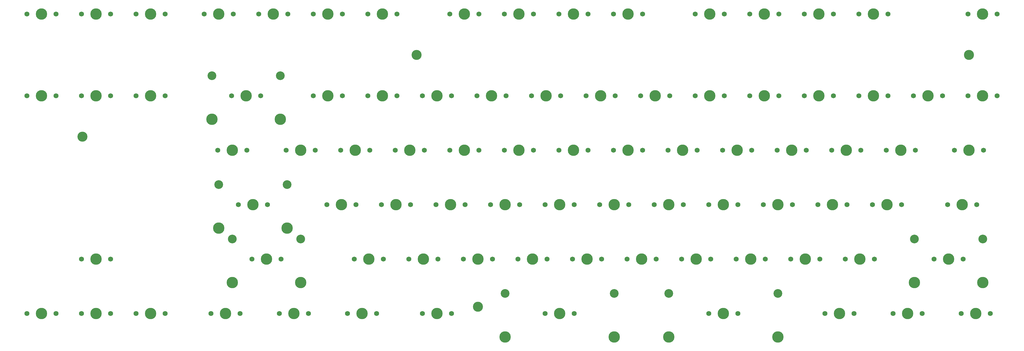
<source format=gbs>
G04 #@! TF.GenerationSoftware,KiCad,Pcbnew,9.0.5*
G04 #@! TF.CreationDate,2026-01-22T23:22:38-08:00*
G04 #@! TF.ProjectId,alana-kb,616c616e-612d-46b6-922e-6b696361645f,rev?*
G04 #@! TF.SameCoordinates,Original*
G04 #@! TF.FileFunction,Soldermask,Bot*
G04 #@! TF.FilePolarity,Negative*
%FSLAX46Y46*%
G04 Gerber Fmt 4.6, Leading zero omitted, Abs format (unit mm)*
G04 Created by KiCad (PCBNEW 9.0.5) date 2026-01-22 23:22:38*
%MOMM*%
%LPD*%
G01*
G04 APERTURE LIST*
%ADD10C,3.500000*%
%ADD11C,1.750000*%
%ADD12C,3.987800*%
%ADD13C,3.048000*%
G04 APERTURE END LIST*
D10*
X361950000Y-52387500D03*
X169068750Y-52387500D03*
X52387500Y-80962500D03*
X190500000Y-140493750D03*
D11*
X224155000Y-104775000D03*
D12*
X219075000Y-104775000D03*
D11*
X213995000Y-104775000D03*
X181292500Y-142875000D03*
D12*
X176212500Y-142875000D03*
D11*
X171132500Y-142875000D03*
X195580000Y-123825000D03*
D12*
X190500000Y-123825000D03*
D11*
X185420000Y-123825000D03*
X276542500Y-38100000D03*
D12*
X271462500Y-38100000D03*
D11*
X266382500Y-38100000D03*
X109855000Y-85725000D03*
D12*
X104775000Y-85725000D03*
D11*
X99695000Y-85725000D03*
D12*
X295275000Y-151100000D03*
D13*
X295275000Y-135890000D03*
D12*
X257175000Y-151100000D03*
D13*
X257175000Y-135890000D03*
D11*
X171767500Y-85725000D03*
D12*
X166687500Y-85725000D03*
D11*
X161607500Y-85725000D03*
X324167500Y-85725000D03*
D12*
X319087500Y-85725000D03*
D11*
X314007500Y-85725000D03*
D12*
X128619250Y-132050000D03*
D13*
X128619250Y-116840000D03*
D12*
X104743250Y-132050000D03*
D13*
X104743250Y-116840000D03*
D11*
X152717500Y-85725000D03*
D12*
X147637500Y-85725000D03*
D11*
X142557500Y-85725000D03*
X364648750Y-104775000D03*
D12*
X359568750Y-104775000D03*
D11*
X354488750Y-104775000D03*
X114617500Y-66675000D03*
D12*
X109537500Y-66675000D03*
D11*
X104457500Y-66675000D03*
X162242500Y-66675000D03*
D12*
X157162500Y-66675000D03*
D11*
X152082500Y-66675000D03*
X209867500Y-38100000D03*
D12*
X204787500Y-38100000D03*
D11*
X199707500Y-38100000D03*
X247967500Y-85725000D03*
D12*
X242887500Y-85725000D03*
D11*
X237807500Y-85725000D03*
X343217500Y-85725000D03*
D12*
X338137500Y-85725000D03*
D11*
X333057500Y-85725000D03*
X116998750Y-104775000D03*
D12*
X111918750Y-104775000D03*
D11*
X106838750Y-104775000D03*
X247967500Y-38100000D03*
D12*
X242887500Y-38100000D03*
D11*
X237807500Y-38100000D03*
X314642500Y-66675000D03*
D12*
X309562500Y-66675000D03*
D11*
X304482500Y-66675000D03*
X121761250Y-123825000D03*
D12*
X116681250Y-123825000D03*
D11*
X111601250Y-123825000D03*
X186055000Y-104775000D03*
D12*
X180975000Y-104775000D03*
D11*
X175895000Y-104775000D03*
X295592500Y-38100000D03*
D12*
X290512500Y-38100000D03*
D11*
X285432500Y-38100000D03*
X224155000Y-142875000D03*
D12*
X219075000Y-142875000D03*
D11*
X213995000Y-142875000D03*
D12*
X366744250Y-132050000D03*
D13*
X366744250Y-116840000D03*
D12*
X342868250Y-132050000D03*
D13*
X342868250Y-116840000D03*
D11*
X233680000Y-123825000D03*
D12*
X228600000Y-123825000D03*
D11*
X223520000Y-123825000D03*
X309880000Y-123825000D03*
D12*
X304800000Y-123825000D03*
D11*
X299720000Y-123825000D03*
X81280000Y-66675000D03*
D12*
X76200000Y-66675000D03*
D11*
X71120000Y-66675000D03*
X371792500Y-66675000D03*
D12*
X366712500Y-66675000D03*
D11*
X361632500Y-66675000D03*
X162242500Y-38100000D03*
D12*
X157162500Y-38100000D03*
D11*
X152082500Y-38100000D03*
X359886250Y-123825000D03*
D12*
X354806250Y-123825000D03*
D11*
X349726250Y-123825000D03*
X333692500Y-38100000D03*
D12*
X328612500Y-38100000D03*
D11*
X323532500Y-38100000D03*
X333692500Y-66675000D03*
D12*
X328612500Y-66675000D03*
D11*
X323532500Y-66675000D03*
X328930000Y-123825000D03*
D12*
X323850000Y-123825000D03*
D11*
X318770000Y-123825000D03*
X281305000Y-104775000D03*
D12*
X276225000Y-104775000D03*
D11*
X271145000Y-104775000D03*
X257492500Y-66675000D03*
D12*
X252412500Y-66675000D03*
D11*
X247332500Y-66675000D03*
X262255000Y-104775000D03*
D12*
X257175000Y-104775000D03*
D11*
X252095000Y-104775000D03*
X62230000Y-38100000D03*
D12*
X57150000Y-38100000D03*
D11*
X52070000Y-38100000D03*
X243205000Y-104775000D03*
D12*
X238125000Y-104775000D03*
D11*
X233045000Y-104775000D03*
X276542500Y-66675000D03*
D12*
X271462500Y-66675000D03*
D11*
X266382500Y-66675000D03*
X176530000Y-123825000D03*
D12*
X171450000Y-123825000D03*
D11*
X166370000Y-123825000D03*
X271780000Y-123825000D03*
D12*
X266700000Y-123825000D03*
D11*
X261620000Y-123825000D03*
X200342500Y-66675000D03*
D12*
X195262500Y-66675000D03*
D11*
X190182500Y-66675000D03*
X209867500Y-85725000D03*
D12*
X204787500Y-85725000D03*
D11*
X199707500Y-85725000D03*
X267017500Y-85725000D03*
D12*
X261937500Y-85725000D03*
D11*
X256857500Y-85725000D03*
X167005000Y-104775000D03*
D12*
X161925000Y-104775000D03*
D11*
X156845000Y-104775000D03*
X300355000Y-104775000D03*
D12*
X295275000Y-104775000D03*
D11*
X290195000Y-104775000D03*
X238442500Y-66675000D03*
D12*
X233362500Y-66675000D03*
D11*
X228282500Y-66675000D03*
X107473750Y-142875000D03*
D12*
X102393750Y-142875000D03*
D11*
X97313750Y-142875000D03*
X181292500Y-66675000D03*
D12*
X176212500Y-66675000D03*
D11*
X171132500Y-66675000D03*
X214630000Y-123825000D03*
D12*
X209550000Y-123825000D03*
D11*
X204470000Y-123825000D03*
X338455000Y-104775000D03*
D12*
X333375000Y-104775000D03*
D11*
X328295000Y-104775000D03*
X228917500Y-38100000D03*
D12*
X223837500Y-38100000D03*
D11*
X218757500Y-38100000D03*
X133667500Y-85725000D03*
D12*
X128587500Y-85725000D03*
D11*
X123507500Y-85725000D03*
X105092500Y-38100000D03*
D12*
X100012500Y-38100000D03*
D11*
X94932500Y-38100000D03*
X62230000Y-123825000D03*
D12*
X57150000Y-123825000D03*
D11*
X52070000Y-123825000D03*
X43180000Y-66675000D03*
D12*
X38100000Y-66675000D03*
D11*
X33020000Y-66675000D03*
X305117500Y-85725000D03*
D12*
X300037500Y-85725000D03*
D11*
X294957500Y-85725000D03*
X124142500Y-38100000D03*
D12*
X119062500Y-38100000D03*
D11*
X113982500Y-38100000D03*
X252730000Y-123825000D03*
D12*
X247650000Y-123825000D03*
D11*
X242570000Y-123825000D03*
X352742500Y-66675000D03*
D12*
X347662500Y-66675000D03*
D11*
X342582500Y-66675000D03*
X367030000Y-85725000D03*
D12*
X361950000Y-85725000D03*
D11*
X356870000Y-85725000D03*
X219392500Y-66675000D03*
D12*
X214312500Y-66675000D03*
D11*
X209232500Y-66675000D03*
X157480000Y-123825000D03*
D12*
X152400000Y-123825000D03*
D11*
X147320000Y-123825000D03*
X321786250Y-142875000D03*
D12*
X316706250Y-142875000D03*
D11*
X311626250Y-142875000D03*
X81280000Y-38100000D03*
D12*
X76200000Y-38100000D03*
D11*
X71120000Y-38100000D03*
X319405000Y-104775000D03*
D12*
X314325000Y-104775000D03*
D11*
X309245000Y-104775000D03*
X314642500Y-38100000D03*
D12*
X309562500Y-38100000D03*
D11*
X304482500Y-38100000D03*
X190817500Y-85725000D03*
D12*
X185737500Y-85725000D03*
D11*
X180657500Y-85725000D03*
X43180000Y-142875000D03*
D12*
X38100000Y-142875000D03*
D11*
X33020000Y-142875000D03*
X143192500Y-38100000D03*
D12*
X138112500Y-38100000D03*
D11*
X133032500Y-38100000D03*
X131286250Y-142875000D03*
D12*
X126206250Y-142875000D03*
D11*
X121126250Y-142875000D03*
X345598750Y-142875000D03*
D12*
X340518750Y-142875000D03*
D11*
X335438750Y-142875000D03*
X143192500Y-66675000D03*
D12*
X138112500Y-66675000D03*
D11*
X133032500Y-66675000D03*
X62230000Y-66675000D03*
D12*
X57150000Y-66675000D03*
D11*
X52070000Y-66675000D03*
D12*
X238125000Y-151100000D03*
D13*
X238125000Y-135890000D03*
D12*
X200025000Y-151100000D03*
D13*
X200025000Y-135890000D03*
D11*
X205105000Y-104775000D03*
D12*
X200025000Y-104775000D03*
D11*
X194945000Y-104775000D03*
X290830000Y-123825000D03*
D12*
X285750000Y-123825000D03*
D11*
X280670000Y-123825000D03*
X228917500Y-85725000D03*
D12*
X223837500Y-85725000D03*
D11*
X218757500Y-85725000D03*
X147955000Y-104775000D03*
D12*
X142875000Y-104775000D03*
D11*
X137795000Y-104775000D03*
X155098750Y-142875000D03*
D12*
X150018750Y-142875000D03*
D11*
X144938750Y-142875000D03*
X43180000Y-38100000D03*
D12*
X38100000Y-38100000D03*
D11*
X33020000Y-38100000D03*
X286067500Y-85725000D03*
D12*
X280987500Y-85725000D03*
D11*
X275907500Y-85725000D03*
X81280000Y-142875000D03*
D12*
X76200000Y-142875000D03*
D11*
X71120000Y-142875000D03*
X369411250Y-142875000D03*
D12*
X364331250Y-142875000D03*
D11*
X359251250Y-142875000D03*
X190817500Y-38100000D03*
D12*
X185737500Y-38100000D03*
D11*
X180657500Y-38100000D03*
D12*
X123856750Y-113000000D03*
D13*
X123856750Y-97790000D03*
D12*
X99980750Y-113000000D03*
D13*
X99980750Y-97790000D03*
D11*
X371792500Y-38100000D03*
D12*
X366712500Y-38100000D03*
D11*
X361632500Y-38100000D03*
D12*
X121475500Y-74900000D03*
D13*
X121475500Y-59690000D03*
D12*
X97599500Y-74900000D03*
D13*
X97599500Y-59690000D03*
D11*
X281305000Y-142875000D03*
D12*
X276225000Y-142875000D03*
D11*
X271145000Y-142875000D03*
X295592500Y-66675000D03*
D12*
X290512500Y-66675000D03*
D11*
X285432500Y-66675000D03*
X62230000Y-142875000D03*
D12*
X57150000Y-142875000D03*
D11*
X52070000Y-142875000D03*
M02*

</source>
